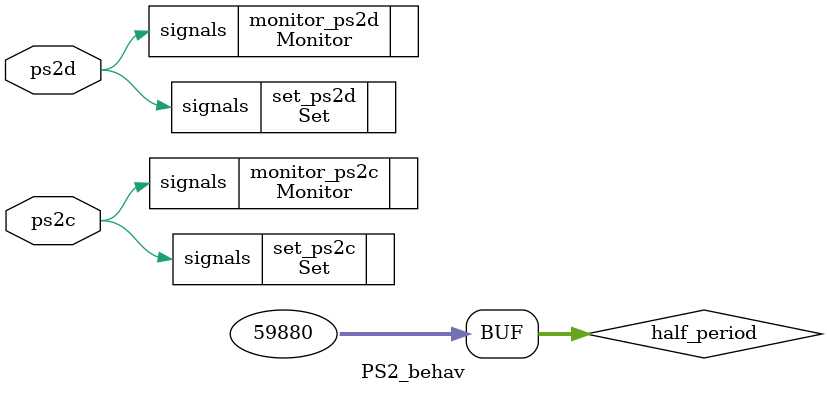
<source format=v>
module PS2_behav
#(
   parameter LABEL = " ps2",
   parameter PARENT_LABEL = "",

   parameter ERROR = 1,
   parameter WARN  = 1,
   parameter INFO1 = 0,
   parameter INFO2 = 0,
   parameter INFO3 = 0,
   parameter INFO4 = 0
) (
   inout ps2c,
   inout ps2d
);
   localparam MODULE_LABEL = {PARENT_LABEL, LABEL};

   Set #(
      .PARENT_LABEL(MODULE_LABEL),
      .LABEL(" ustaw zegar"),
      .INFO1(1),
      .INFO2(1),
      .INFO3(1),
      .INFO4(1),
      .N(1)
   ) set_ps2c (
      .signals( ps2c )
   );

   Set #(
      .PARENT_LABEL(MODULE_LABEL),
      .LABEL(" ustaw dane"),
      // .INFO1(1),
      // .INFO2(1),
      // .INFO3(1),
      // .INFO4(1),
      .N(1)
   ) set_ps2d (
      .signals( ps2d )
   );

   Monitor #(
      .PARENT_LABEL(MODULE_LABEL),
      .LABEL(" monitor zegara"),
      .LOGLEVEL(5),
      // .LOGLEVEL(9),
      .N(1)
   ) monitor_ps2c (
      .signals( ps2c )
   );

   Monitor #(
      .PARENT_LABEL(MODULE_LABEL),
      .LABEL(" monitor danych"),
      // .LOGLEVEL(9),
      .N(1)
   ) monitor_ps2d (
      .signals( ps2d )
   );

   // reg [31:0] half_period = 32'd1 / 32'd16700 / 32'd2;

   reg [31:0] half_period = 32'd59880;


   // Zadanie odbiera komende od FPGA oczekujac najpierw na rozpoczecie komunikacji ze strony FPGA

   task receive_cmd
   (
      output reg [7:0] cmd
   );
      reg [10:0] received_data;
      reg        parity;
      reg        expected_parity;
      integer    i;
   begin

      // Domyslnym stanem sa wysokie impedancje, ktore poprzez podciagniete otwarte kolektory przekladaja sie na wartosci wysokie na wyjsciach linii

      set_ps2c.z();
      set_ps2d.z();

      // Modul komunikacyjny powinien rowniez zaczac stanami wysokiej impedancji

      #1;

      if( INFO1 )
          $display("%t\t INFO1\t [ %s ] \t Sprawdzanie czy FPGA zaczelo prace z liniami zegara i danych w stanach wysokich impedancji", $time, MODULE_LABEL);

      monitor_ps2c.ensure_z();

      monitor_ps2d.ensure_z();

      // Modul komunikacyjny powinien ustawic tryb strumieniowy myszki, inaczej jest ona niema

      // Odbywa sie to poprzez przeslanie komendy 0xF4 do myszki

      // Aby rozpoczac transmisje do myszki, nalezy przetrzymac linie zegarowa nisko przez co najmniej 100 mikro sekund

      if( INFO1 )
          $display("%t\t INFO1\t [ %s ] \t Oczekiwanie na rozpoczecie transmisji przez FPGA", $time, MODULE_LABEL);

      monitor_ps2c.wait_for_low();

      if( INFO1 )
          $display("%t\t INFO1\t [ %s ] \t FPGA rozpoczyna transmisje komendy do myszki", $time, MODULE_LABEL);

      monitor_ps2c.ensure_low_during( 32'd100000 );

      if( INFO1 )
          $display("%t\t INFO1\t [ %s ] \t FPGA wlasciwie zazadalo wytaktowania zegara w celu wyslania swojej komendy", $time, MODULE_LABEL);

      if( INFO1 )
          $display("%t\t INFO1\t [ %s ] \t FPGA powinno zwolnic zegar i reagowac na jego zmiane przez myszke", $time, MODULE_LABEL);

      // Po tym FPGA musi zwolnic linie zegarowa aby umozliwic wytaktowanie jej przez myszke

      monitor_ps2c.wait_for_z();

      // Upewnij sie, ze rownoczesnie linia danych zostala wysterowana nisko dla pierwszego przesylanego bitu 'zero' rozpoczynajacego transmisje

      if( INFO1 )
          $display("%t\t INFO1\t [ %s ] \t W momencie zwalniania zegara linia danych powinno byc wysterowana nisko jako piereszy przesylany bit stopu", $time, MODULE_LABEL);

      monitor_ps2d.ensure_low();

      // Podaj zegar do FPGA, zbierz kolejne bity przesylanej komendy od FPGA

      // Zegar dostarcza myszka, musi miescic sie w granicach 10 .. 16.7 kHz

      // half_period = 32'd100000 / 32'd16700 / 32'd2;
      half_period = 32'd59880;

      // Odbierz w petli bit startu, 8 bitow danych, bit parzystosci i bit stopu

      for( i = 0; i < 11; i = i+1 ) begin

         // Przeczekaj prawie pol okresu zegara 16.7 kHz, zatrzymaj sie 5 mikrosekund wczesniej, przesylany bit powinnien  byc juz gotowy do zebrania

         if( INFO2 )
             $display("%t\t INFO2 \t[ %s ] \t Myszka obniza zegar", $time, MODULE_LABEL);

         set_ps2c.low_during( half_period - 32'd5000 );

         // Odbierz kolejny bit

         if( INFO1 )
             $display("%t\t INFO1 \t [ %s ] \tOdbieranie bitu nr %d w stanie %b (0x%h) na 5 us przed wystawieniem zbocza narastajacego", $time, MODULE_LABEL, i, ps2d, ps2d);

         received_data[i] = ps2d;

         // Upewnij sie, ze 5 mikro sekund przed narastajacym zboczem linia danych jest ustabilizowana i nie zmienia swojej wartosci

         if( INFO1 )
             $display("%t\t INFO1\t [ %s ] \t Sprawdzanie czy linia danych jest stabilna 5 mikrosekund przed narastajacym zboczem", $time, MODULE_LABEL);

         monitor_ps2d.ensure_same_during( 32'd5000 );

         // Podnies zegar

         if( INFO2 )
             $display("%t\t INFO2\t [ %s ] \t Myszka podnosi zegar", $time, MODULE_LABEL);

         set_ps2c.high();

         // Upewnij sie, ze 5 mikro sekund po narastajacym zboczu linia danych wciaz jest stabilna trzymajac ta sama wartosc

         if( INFO1 )
             $display("%t\t INFO1\t [ %s ] \t Sprawdzanie czy linia danych jest wciaz stabilna 5 mikrosekund po narastajacym zboczu", $time, MODULE_LABEL);

         monitor_ps2d.ensure_same_during( 32'd5000 );

         // Przeczekaj druga prawie cala polowke okresu zegara wysoko co konczcy cykl odbioru bitu

         if( INFO2 )
             $display("%t\t INFO2\t [ %s ] \t Konczenie cyklu wysokiego stanu zegara", $time, MODULE_LABEL);

         set_ps2c.high_during( half_period - 32'd5000 );

      end

      // Upewnij sie, ze ostatni przeslany bit stopu jest jedynka

      if( INFO1 )
          $display("%t\t INFO1\t [ %s ] \t Sprawdzanie czy ostatni bit stopu jest wysoki", $time, MODULE_LABEL);

      monitor_ps2d.ensure_high();

      // Podaj ostatnie zbocze opadajace modulowi komunikacyjnemu aby zwolnil linie danych

      if( INFO2 )
          $display("%t\t INFO2\t [ %s ] \t Wystawienie zbocza opadajacego zegara, aby FPGA zwolnilo linie danych", $time, MODULE_LABEL);

      set_ps2c.low_during( half_period );

      // Upewnij sie, ze faktycznie linia danych zostala zwolniona

      if( INFO1 )
          $display("%t\t INFO1\t [ %s ] \t Sprawdzanie, czy linia danych zostala zwolniona", $time, MODULE_LABEL);

      monitor_ps2d.ensure_z();

      // W ostatnim cyklu urzadzenie wysterowuje linie danych do zera potwierdzajac poprawny odbior danych

      if( INFO1 )
          $display("%t\t INFO1\t [ %s ] \t Ostatni cykl dla potwierdzenia odbioru", $time, MODULE_LABEL);

      // set_ps2d.low();

      // set_ps2c.high_during( half_period );

      // set_ps2c.low_during( half_period );

      // Zwolnij linie

      if( INFO1 )
          $display("%t\t INFO1\t [ %s ] \t Zwalnianie linii sygnalowej i danych", $time, MODULE_LABEL);

      set_ps2c.high();

      set_ps2d.high();

      // Cykl odbioru komendy zostal zakonczony

      if( INFO1 )
          $display("%t\t INFO1\t [ %s ] \t Pomyslnie zakonczono odbior danych", $time, MODULE_LABEL);

      // Przepisz dane

      cmd = received_data[8:1];

      parity = received_data[9];

      // Sprawdz poprawnosc danych

      if( INFO1 )
          $display("%t\t INFO1\t [ %s ] \t Sprawdzanie poprawnosci odebranych danych", $time, MODULE_LABEL);

      // Policz parzystosc

      if( INFO1 )
          $display("%t\t INFO1\t [ %s ] \t Sprawdzanie poprawnosci bitu parzystosci", $time, MODULE_LABEL);

      expected_parity = ~(^cmd);

      if( parity != expected_parity ) begin
         if( ERROR )
             $display("%t\t BLAD\t [ %s ] \t Przeslany bit parzystosci nie zgadza sie z otrzymanymi danymi", $time, MODULE_LABEL);
      end

   end
   endtask


   // Zadanie transmituje bajt danych do FPGA

   task transmit_data
   (
      input [7:0] data
   );
      reg [7:0]   data_reg;
      reg         parity;
      integer     i;
      begin

         // Przygotuj dane do wyslania

         data_reg = data;

         parity = ~(^data);

         // Poinformuj o rozpoczeciu transmicji

         if( INFO1 )
            $display("%t\t INFO1\t [ %s ] \t rozpoczynanie transmicji bajtu %b (hex %h)", $time, MODULE_LABEL, data, data);

         // Domyslnym stanem sa wysokie impedancje, ktore poprzez podciagniete otwarte kolektory przekladaja sie na wartosci wysokie na wyjsciach linii

         // Sa to stany slabe, latwe do wytracenia przez dowolne wysterowanie linii po stronie tego modulu symulacyjnego

         // Modul komunikacyjny powinien zaczac stanami wysokich impedancji

         // Sprawdzane jest to poprzez wysterowanie obu linii wysoko i sprawdzenie ich stanu w nastepnej chwili czasu

         set_ps2c.high();
         set_ps2d.high();

         #1;

         if( INFO1 )
             $display("%t\t INFO1\t [ %s ] \t Sprawdzanie czy FPGA nie uzywa linii danych i zegara", $time, MODULE_LABEL);
         // Jesli w nastepnej chwili czasu stan linii jest nieokreslony x, oznacza to ze FPGA uzywa linii zamiast nadac im stany latwo wytracalnych wysokich impedancji

         monitor_ps2c.ensure_high();

         monitor_ps2d.ensure_high();

         // Sprawdz czy linia zegarowa rowniez jest wolna teraz i przez kolejne 50 mikrosekund

         if( INFO1 )
            $display("%t\t INFO1\t [ %s ] \t Sprawdzanie czy linia zegarowa jest w stanie wysokiej impedancji teraz i przez kolejne 50 mikrosekund", $time, MODULE_LABEL);

         monitor_ps2c.ensure_high_during( 32'd50_000 );

         // Wystaw pierwszy bit stopu

         if( INFO1 )
            $display("%t\t INFO1\t [ %s ] \t Wystawianie pierwszego bitu stopu", $time, MODULE_LABEL);

         set_ps2d.low();

         // Wlacz zegar zaczynajac stanem wysokim

         set_ps2c.high_during( half_period );

         // Przeczekaj okres zegarowy wysylania pierwszego bitu stopu

         set_ps2c.high_during( half_period );

         set_ps2c.low_during( half_period );

         // Wyslij bajt danych

         for( i = 0; i < 8; i = i+1 ) begin

            //

            set_ps2d.state( data_reg[i] );

            set_ps2c.high_during( half_period );

            set_ps2c.low_during( half_period );

         end

         // Wyslij bit parzystosci

         set_ps2d.state( parity );

         set_ps2c.high_during( half_period );

         set_ps2c.low_during( half_period );

         // Wyslij bit stopu

         set_ps2d.high();

         set_ps2c.high_during( half_period );

         set_ps2c.low_during( half_period );

         // Zwolnij obie linie

         set_ps2d.high();

         set_ps2c.high();

      end
   endtask

endmodule

</source>
